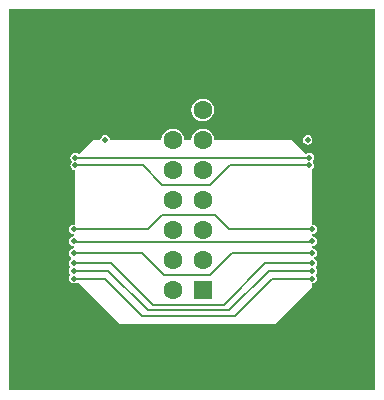
<source format=gbl>
G04 EasyEDA Pro v1.9.29.eba1c1, 2023-06-16 22:45:11*
G04 Gerber Generator version 0.3*G04*
G04 #@! TF.GenerationSoftware,Altium Limited,Altium Designer,21.4.1 (30)*
G04*
G04 Layer_Physical_Order=4*
G04 Layer_Color=16711680*
%FSLAX25Y25*%
%MOIN*%
G70*
G04*
G04 #@! TF.SameCoordinates,70962A66-5B05-4BC0-AD96-6F7431C900D1*
G04*
G04*
G04 #@! TF.FilePolarity,Positive*
G04*
G01*
G75*
%ADD15R,0.06299X0.06299*%
%ADD16C,0.06299*%
%ADD17C,0.00598*%
%ADD19C,0.01968*%
G36*
X241000Y52500D02*
X119000D01*
Y179500D01*
X241000D01*
Y52500D01*
D02*
G37*
%LPC*%
G36*
X183500Y149780D02*
X182522Y149652D01*
X181610Y149274D01*
X180827Y148673D01*
X180226Y147890D01*
X179848Y146978D01*
X179720Y146000D01*
X179848Y145022D01*
X180226Y144110D01*
X180827Y143327D01*
X181610Y142726D01*
X182522Y142348D01*
X183500Y142220D01*
X184478Y142348D01*
X185390Y142726D01*
X186173Y143327D01*
X186774Y144110D01*
X187152Y145022D01*
X187280Y146000D01*
X187152Y146978D01*
X186774Y147890D01*
X186173Y148673D01*
X185390Y149274D01*
X184478Y149652D01*
X183500Y149780D01*
D02*
G37*
G36*
Y139780D02*
X182522Y139652D01*
X181610Y139274D01*
X180827Y138673D01*
X180226Y137890D01*
X179848Y136978D01*
X179720Y136000D01*
X177280D01*
X177152Y136978D01*
X176774Y137890D01*
X176173Y138673D01*
X175390Y139274D01*
X174478Y139652D01*
X173500Y139780D01*
X172522Y139652D01*
X171610Y139274D01*
X170827Y138673D01*
X170226Y137890D01*
X169848Y136978D01*
X169720Y136000D01*
X152614D01*
X152491Y136618D01*
X152141Y137141D01*
X151618Y137491D01*
X151000Y137614D01*
X150382Y137491D01*
X149859Y137141D01*
X149509Y136618D01*
X149386Y136000D01*
X146921D01*
X142141Y131220D01*
X141618Y131570D01*
X141000Y131692D01*
X140383Y131570D01*
X139859Y131220D01*
X139509Y130696D01*
X139386Y130079D01*
X139509Y129461D01*
X139859Y128938D01*
Y128653D01*
X139509Y128129D01*
X139386Y127512D01*
X139509Y126894D01*
X139859Y126371D01*
X140383Y126021D01*
X141000Y125898D01*
Y108066D01*
X140613Y107749D01*
X140500Y107771D01*
X139883Y107648D01*
X139359Y107299D01*
X139009Y106775D01*
X138886Y106158D01*
X139009Y105540D01*
X139359Y105017D01*
X139883Y104667D01*
X140500Y104544D01*
X140634Y104189D01*
X140500Y103834D01*
X139883Y103711D01*
X139359Y103362D01*
X139009Y102838D01*
X138886Y102220D01*
X139009Y101603D01*
X139359Y101079D01*
X139883Y100730D01*
X140500Y100607D01*
X140634Y100252D01*
X140500Y99897D01*
X139883Y99774D01*
X139359Y99425D01*
X139009Y98901D01*
X138886Y98283D01*
X139009Y97666D01*
X139359Y97142D01*
X139734Y96892D01*
X139751Y96839D01*
Y96389D01*
X139734Y96336D01*
X139359Y96086D01*
X139009Y95562D01*
X138886Y94945D01*
X139009Y94327D01*
X139359Y93804D01*
Y93519D01*
X139009Y92995D01*
X138886Y92378D01*
X139009Y91760D01*
X139359Y91237D01*
Y90952D01*
X139009Y90429D01*
X138886Y89811D01*
X139009Y89193D01*
X139359Y88670D01*
X139883Y88320D01*
X140500Y88197D01*
X141118Y88320D01*
X141641Y88670D01*
X155811Y74500D01*
X207500D01*
X220000Y87000D01*
Y88197D01*
X220618Y88320D01*
X221141Y88670D01*
X221491Y89194D01*
X221614Y89811D01*
X221491Y90429D01*
X221287Y90733D01*
X221182Y91095D01*
X221287Y91456D01*
X221491Y91760D01*
X221614Y92378D01*
X221491Y92996D01*
X221287Y93300D01*
X221182Y93661D01*
X221287Y94023D01*
X221491Y94327D01*
X221614Y94945D01*
X221491Y95562D01*
X221141Y96086D01*
X220766Y96336D01*
X220749Y96389D01*
Y96840D01*
X220766Y96892D01*
X221141Y97142D01*
X221491Y97666D01*
X221614Y98283D01*
X221491Y98901D01*
X221141Y99425D01*
X220618Y99774D01*
X220000Y99897D01*
Y100607D01*
X220618Y100730D01*
X221141Y101079D01*
X221491Y101603D01*
X221614Y102220D01*
X221491Y102838D01*
X221141Y103362D01*
X220618Y103711D01*
X220000Y103834D01*
Y104544D01*
X220618Y104667D01*
X221141Y105017D01*
X221491Y105540D01*
X221614Y106158D01*
X221491Y106775D01*
X221141Y107299D01*
X220618Y107648D01*
X220000Y107771D01*
Y126277D01*
X220141Y126371D01*
X220491Y126894D01*
X220614Y127512D01*
X220491Y128129D01*
X220287Y128434D01*
X220182Y128795D01*
X220287Y129157D01*
X220491Y129461D01*
X220614Y130079D01*
X220491Y130696D01*
X220141Y131220D01*
X219618Y131570D01*
X219000Y131693D01*
X218383Y131570D01*
X217859Y131220D01*
X213079Y136000D01*
X187280D01*
X187152Y136978D01*
X186774Y137890D01*
X186173Y138673D01*
X185390Y139274D01*
X184478Y139652D01*
X183500Y139780D01*
D02*
G37*
G36*
X218500Y137614D02*
X217882Y137491D01*
X217359Y137141D01*
X217009Y136618D01*
X216886Y136000D01*
X217009Y135382D01*
X217359Y134859D01*
X217882Y134509D01*
X218500Y134386D01*
X219117Y134509D01*
X219641Y134859D01*
X219991Y135382D01*
X220114Y136000D01*
X219991Y136618D01*
X219641Y137141D01*
X219117Y137491D01*
X218500Y137614D01*
D02*
G37*
%LPD*%
D15*
X183500Y86000D02*
D03*
D16*
X173500D02*
D03*
X183500Y96000D02*
D03*
X173500D02*
D03*
X183500Y106000D02*
D03*
X173500D02*
D03*
X183500Y116000D02*
D03*
X173500D02*
D03*
X183500Y126000D02*
D03*
X173500D02*
D03*
X183500Y136000D02*
D03*
X173500D02*
D03*
Y146000D02*
D03*
X183500D02*
D03*
D17*
X140500Y106158D02*
X165157D01*
X170000Y111000D02*
X187500D01*
X165157Y106158D02*
X170000Y111000D01*
X186000Y91000D02*
X193283Y98283D01*
X170500Y91000D02*
X186000D01*
X193283Y98283D02*
X220000D01*
X141000Y127512D02*
X163488D01*
X170000Y121000D02*
X186000D01*
X163488Y127512D02*
X170000Y121000D01*
X192512Y127512D02*
X219000D01*
X186000Y121000D02*
X192512Y127512D01*
X170162Y130079D02*
X219000D01*
X170162Y130079D02*
X170162Y130079D01*
X187500Y111000D02*
X192342Y106158D01*
X220000D01*
X140500Y98283D02*
X163216D01*
X170500Y91000D01*
X140768Y101953D02*
X219732D01*
X140500Y102220D02*
X140768Y101953D01*
X219732D02*
X220000Y102220D01*
X150929Y89811D02*
X163370Y77370D01*
X194130D02*
X206571Y89811D01*
X165185Y79185D02*
X192315D01*
X205508Y92378D01*
X151992Y92378D02*
X165185Y79185D01*
X190500Y81000D02*
X204445Y94945D01*
X167000Y81000D02*
X190500D01*
X153055Y94945D02*
X167000Y81000D01*
X163370Y77370D02*
X194130D01*
X206571Y89811D02*
X220000D01*
X204445Y94945D02*
X220000D01*
X205508Y92378D02*
X220000D01*
X140500Y94945D02*
X153055D01*
X140500Y92378D02*
X151992D01*
X140500Y89811D02*
X150929D01*
X141000Y130079D02*
X170162D01*
D19*
X235000Y170000D02*
D03*
X230000Y160000D02*
D03*
X235000Y150000D02*
D03*
X230000Y140000D02*
D03*
X235000Y130000D02*
D03*
X230000Y120000D02*
D03*
X235000Y110000D02*
D03*
X230000Y100000D02*
D03*
X235000Y90000D02*
D03*
X230000Y80000D02*
D03*
X235000Y70000D02*
D03*
X230000Y60000D02*
D03*
X225000Y170000D02*
D03*
X220000Y160000D02*
D03*
Y140000D02*
D03*
X225000Y130000D02*
D03*
Y110000D02*
D03*
Y90000D02*
D03*
Y70000D02*
D03*
X220000Y60000D02*
D03*
X215000Y170000D02*
D03*
X210000Y160000D02*
D03*
X215000Y70000D02*
D03*
X210000Y60000D02*
D03*
X205000Y170000D02*
D03*
X200000Y160000D02*
D03*
X205000Y70000D02*
D03*
X200000Y60000D02*
D03*
X195000Y170000D02*
D03*
X190000Y160000D02*
D03*
X195000Y70000D02*
D03*
X190000Y60000D02*
D03*
X185000Y170000D02*
D03*
X180000Y160000D02*
D03*
X185000Y70000D02*
D03*
X180000Y60000D02*
D03*
X175000Y170000D02*
D03*
X170000Y160000D02*
D03*
X175000Y70000D02*
D03*
X170000Y60000D02*
D03*
X165000Y170000D02*
D03*
X160000Y160000D02*
D03*
Y140000D02*
D03*
X165000Y70000D02*
D03*
X160000Y60000D02*
D03*
X155000Y170000D02*
D03*
X150000Y160000D02*
D03*
X155000Y150000D02*
D03*
Y70000D02*
D03*
X150000Y60000D02*
D03*
X145000Y170000D02*
D03*
X140000Y160000D02*
D03*
Y140000D02*
D03*
X145000Y70000D02*
D03*
X140000Y60000D02*
D03*
X135000Y170000D02*
D03*
X130000Y160000D02*
D03*
Y140000D02*
D03*
X135000Y130000D02*
D03*
X130000Y120000D02*
D03*
X135000Y110000D02*
D03*
X130000Y100000D02*
D03*
X135000Y90000D02*
D03*
X130000Y80000D02*
D03*
X135000Y70000D02*
D03*
X130000Y60000D02*
D03*
X125000Y170000D02*
D03*
Y150000D02*
D03*
Y130000D02*
D03*
Y110000D02*
D03*
Y90000D02*
D03*
Y70000D02*
D03*
X140500Y106158D02*
D03*
Y98283D02*
D03*
Y102220D02*
D03*
X220000Y106158D02*
D03*
Y98283D02*
D03*
Y102220D02*
D03*
Y94945D02*
D03*
Y89811D02*
D03*
Y92378D02*
D03*
X140500Y94945D02*
D03*
Y89811D02*
D03*
Y92378D02*
D03*
X219000Y130079D02*
D03*
Y127512D02*
D03*
X141000Y130079D02*
D03*
Y127512D02*
D03*
X218500Y136000D02*
D03*
X151000D02*
D03*
X209500Y140000D02*
D03*
X151000Y139500D02*
D03*
M02*

</source>
